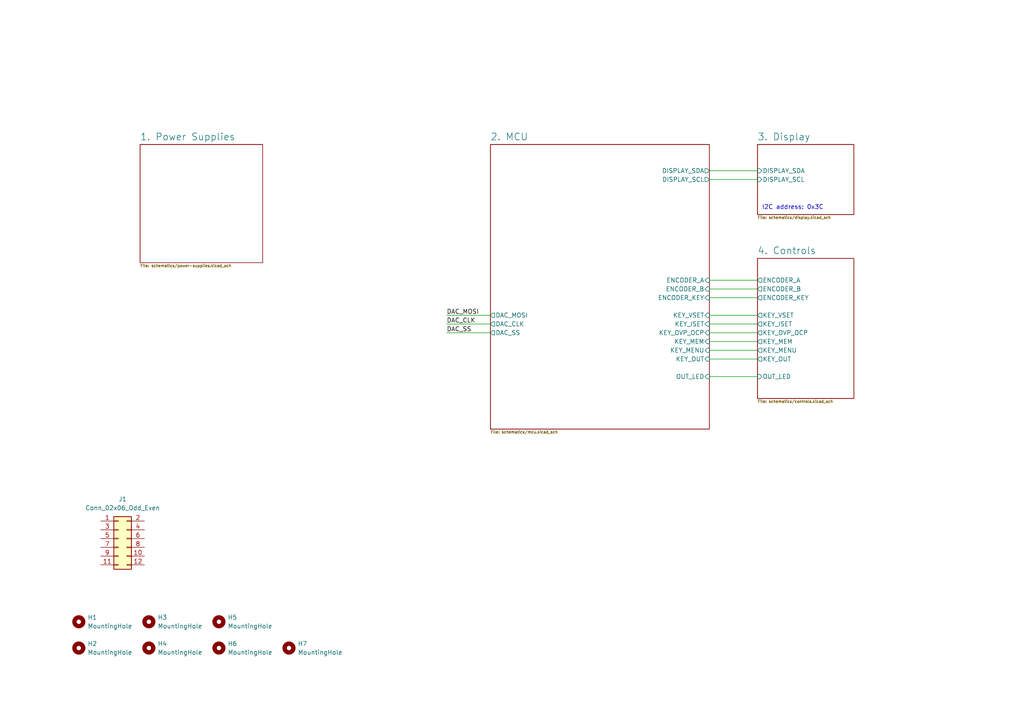
<source format=kicad_sch>
(kicad_sch (version 20211123) (generator eeschema)
  (paper "A4")
  (title_block (title "DC Load User Intefrace Board") (date "01/2024") (rev "1") (company "Martin Kopka"))
  (lib_symbols
    (symbol "Connector_Generic:Conn_02x06_Odd_Even" (pin_names (offset 1.016) hide)
      (property "Reference" "J" (at 1.27 7.62 0))
      (property "Value" "Conn_02x06_Odd_Even" (at 1.27 -10.16 0))
      (symbol "Conn_02x06_Odd_Even_1_1"
        (rectangle (start -1.27 -7.493) (end 0 -7.747) (stroke (width 0.1524)))
        (rectangle (start -1.27 -4.953) (end 0 -5.207) (stroke (width 0.1524)))
        (rectangle (start -1.27 -2.413) (end 0 -2.667) (stroke (width 0.1524)))
        (rectangle (start -1.27 0.127) (end 0 -0.127) (stroke (width 0.1524)))
        (rectangle (start -1.27 2.667) (end 0 2.413) (stroke (width 0.1524)))
        (rectangle (start -1.27 5.207) (end 0 4.953) (stroke (width 0.1524)))
        (rectangle (start -1.27 6.35) (end 3.81 -8.89) (stroke (width 0.254)) (fill (type background)))
        (rectangle (start 3.81 -7.493) (end 2.54 -7.747) (stroke (width 0.1524)))
        (rectangle (start 3.81 -4.953) (end 2.54 -5.207) (stroke (width 0.1524)))
        (rectangle (start 3.81 -2.413) (end 2.54 -2.667) (stroke (width 0.1524)))
        (rectangle (start 3.81 0.127) (end 2.54 -0.127) (stroke (width 0.1524)))
        (rectangle (start 3.81 2.667) (end 2.54 2.413) (stroke (width 0.1524)))
        (rectangle (start 3.81 5.207) (end 2.54 4.953) (stroke (width 0.1524)))
        (pin passive line (at -5.08 5.08 0) (length 3.81) (name "Pin_1") (number "1"))
        (pin passive line (at 7.62 -5.08 180) (length 3.81) (name "Pin_10") (number "10"))
        (pin passive line (at -5.08 -7.62 0) (length 3.81) (name "Pin_11") (number "11"))
        (pin passive line (at 7.62 -7.62 180) (length 3.81) (name "Pin_12") (number "12"))
        (pin passive line (at 7.62 5.08 180) (length 3.81) (name "Pin_2") (number "2"))
        (pin passive line (at -5.08 2.54 0) (length 3.81) (name "Pin_3") (number "3"))
        (pin passive line (at 7.62 2.54 180) (length 3.81) (name "Pin_4") (number "4"))
        (pin passive line (at -5.08 0 0) (length 3.81) (name "Pin_5") (number "5"))
        (pin passive line (at 7.62 0 180) (length 3.81) (name "Pin_6") (number "6"))
        (pin passive line (at -5.08 -2.54 0) (length 3.81) (name "Pin_7") (number "7"))
        (pin passive line (at 7.62 -2.54 180) (length 3.81) (name "Pin_8") (number "8"))
        (pin passive line (at -5.08 -5.08 0) (length 3.81) (name "Pin_9") (number "9"))
      )
    )
    (symbol "Mechanical:MountingHole" (pin_names (offset 1.016))
      (property "Reference" "H" (at 0 5.08 0))
      (property "Value" "MountingHole" (at 0 3.175 0))
      (symbol "MountingHole_0_1"
        (circle (center 0 0) (radius 1.27) (stroke (width 1.27)))
      )
    )
  )
  (wire (pts (xy 205.74 109.22) (xy 219.71 109.22)))
  (wire (pts (xy 205.74 96.52) (xy 219.71 96.52)))
  (wire (pts (xy 205.74 99.06) (xy 219.71 99.06)))
  (wire (pts (xy 205.74 91.44) (xy 219.71 91.44)))
  (wire (pts (xy 205.74 93.98) (xy 219.71 93.98)))
  (wire (pts (xy 205.74 52.07) (xy 219.71 52.07)))
  (wire (pts (xy 205.74 101.6) (xy 219.71 101.6)))
  (wire (pts (xy 205.74 104.14) (xy 219.71 104.14)))
  (wire (pts (xy 205.74 86.36) (xy 219.71 86.36)))
  (wire (pts (xy 129.54 96.52) (xy 142.24 96.52)))
  (wire (pts (xy 205.74 49.53) (xy 219.71 49.53)))
  (wire (pts (xy 129.54 91.44) (xy 142.24 91.44)))
  (wire (pts (xy 129.54 93.98) (xy 142.24 93.98)))
  (wire (pts (xy 205.74 83.82) (xy 219.71 83.82)))
  (wire (pts (xy 205.74 81.28) (xy 219.71 81.28)))
  (text "I2C address: 0x3C" (at 220.98 60.96 0) (effects (font (size 1.27 1.27)) (justify left bottom)))
  (label "DAC_SS" (at 129.54 96.52 0))
  (label "DAC_MOSI" (at 129.54 91.44 0))
  (label "DAC_CLK" (at 129.54 93.98 0))
  (symbol (lib_id "Mechanical:MountingHole") (at 22.86 180.34 0) (unit 1) (in_bom no)
    (property "Reference" "H1" (at 25.4 179.0699 0) (effects (justify left)))
    (property "Value" "MountingHole" (at 25.4 181.6099 0) (effects (justify left)))
    (property "Footprint" "MountingHole:MountingHole_3.2mm_M3" (effects hide))
  )
  (symbol (lib_id "Mechanical:MountingHole") (at 43.18 180.34 0) (unit 1) (in_bom no)
    (property "Reference" "H3" (at 45.72 179.0699 0) (effects (justify left)))
    (property "Value" "MountingHole" (at 45.72 181.6099 0) (effects (justify left)))
    (property "Footprint" "MountingHole:MountingHole_3.2mm_M3" (effects hide))
  )
  (symbol (lib_id "Mechanical:MountingHole") (at 83.82 187.96 0) (unit 1) (in_bom no)
    (property "Reference" "H7" (at 86.36 186.6899 0) (effects (justify left)))
    (property "Value" "MountingHole" (at 86.36 189.2299 0) (effects (justify left)))
    (property "Footprint" "MountingHole:MountingHole_3.2mm_M3" (effects hide))
  )
  (symbol (lib_id "Mechanical:MountingHole") (at 43.18 187.96 0) (unit 1) (in_bom no)
    (property "Reference" "H4" (at 45.72 186.6899 0) (effects (justify left)))
    (property "Value" "MountingHole" (at 45.72 189.2299 0) (effects (justify left)))
    (property "Footprint" "MountingHole:MountingHole_3.2mm_M3" (effects hide))
  )
  (symbol (lib_id "Mechanical:MountingHole") (at 63.5 187.96 0) (unit 1) (in_bom no)
    (property "Reference" "H6" (at 66.04 186.6899 0) (effects (justify left)))
    (property "Value" "MountingHole" (at 66.04 189.2299 0) (effects (justify left)))
    (property "Footprint" "MountingHole:MountingHole_3.2mm_M3" (effects hide))
  )
  (symbol (lib_id "Mechanical:MountingHole") (at 22.86 187.96 0) (unit 1) (in_bom no)
    (property "Reference" "H2" (at 25.4 186.6899 0) (effects (justify left)))
    (property "Value" "MountingHole" (at 25.4 189.2299 0) (effects (justify left)))
    (property "Footprint" "MountingHole:MountingHole_3.2mm_M3" (effects hide))
  )
  (symbol (lib_id "Mechanical:MountingHole") (at 63.5 180.34 0) (unit 1) (in_bom no)
    (property "Reference" "H5" (at 66.04 179.0699 0) (effects (justify left)))
    (property "Value" "MountingHole" (at 66.04 181.6099 0) (effects (justify left)))
    (property "Footprint" "MountingHole:MountingHole_3.2mm_M3" (effects hide))
  )
  (symbol (lib_id "Connector_Generic:Conn_02x06_Odd_Even") (at 34.29 156.21 0) (unit 1)
    (property "Reference" "J1" (at 35.56 144.78 0))
    (property "Value" "Conn_02x06_Odd_Even" (at 35.56 147.32 0))
    (property "Footprint" "Connector_PinHeader_2.54mm:PinHeader_2x06_P2.54mm_Vertical_SMD" (effects hide))
  )
  (sheet (at 142.24 41.91) (size 63.5 82.55) (stroke (width 0.1524))
    (property "Sheet name" "2. MCU" (at 142.24 40.8334 0) (effects (font (size 2 2)) (justify left bottom)))
    (property "Sheet file" "schematics/mcu.kicad_sch" (at 142.24 124.8566 0) (effects (font (size 0.8 0.8)) (justify left top)))
    (pin "DISPLAY_SDA" output (at 205.74 49.53 0))
    (pin "DISPLAY_SCL" output (at 205.74 52.07 0))
    (pin "ENCODER_KEY" input (at 205.74 86.36 0))
    (pin "ENCODER_A" input (at 205.74 81.28 0))
    (pin "ENCODER_B" input (at 205.74 83.82 0))
    (pin "OUT_LED" input (at 205.74 109.22 0))
    (pin "KEY_VSET" input (at 205.74 91.44 0))
    (pin "KEY_ISET" input (at 205.74 93.98 0))
    (pin "KEY_OVP_OCP" input (at 205.74 96.52 0))
    (pin "KEY_MEM" input (at 205.74 99.06 0))
    (pin "KEY_MENU" input (at 205.74 101.6 0))
    (pin "KEY_OUT" input (at 205.74 104.14 0))
    (pin "DAC_MOSI" output (at 142.24 91.44 180))
    (pin "DAC_CLK" output (at 142.24 93.98 180))
    (pin "DAC_SS" output (at 142.24 96.52 180))
  )
  (sheet (at 219.71 41.91) (size 27.94 20.32) (stroke (width 0.1524))
    (property "Sheet name" "3. Display" (at 219.71 40.8334 0) (effects (font (size 2 2)) (justify left bottom)))
    (property "Sheet file" "schematics/display.kicad_sch" (at 219.71 62.6266 0) (effects (font (size 0.8 0.8)) (justify left top)))
    (pin "DISPLAY_SCL" input (at 219.71 52.07 180))
    (pin "DISPLAY_SDA" input (at 219.71 49.53 180))
  )
  (sheet (at 219.71 74.93) (size 27.94 40.64) (stroke (width 0.1524))
    (property "Sheet name" "4. Controls" (at 219.71 73.8534 0) (effects (font (size 2 2)) (justify left bottom)))
    (property "Sheet file" "schematics/controls.kicad_sch" (at 219.71 115.9666 0) (effects (font (size 0.8 0.8)) (justify left top)))
    (pin "KEY_MENU" output (at 219.71 101.6 180))
    (pin "KEY_OUT" output (at 219.71 104.14 180))
    (pin "KEY_ISET" output (at 219.71 93.98 180))
    (pin "KEY_MEM" output (at 219.71 99.06 180))
    (pin "KEY_VSET" output (at 219.71 91.44 180))
    (pin "KEY_OVP_OCP" output (at 219.71 96.52 180))
    (pin "ENCODER_B" output (at 219.71 83.82 180))
    (pin "ENCODER_A" output (at 219.71 81.28 180))
    (pin "ENCODER_KEY" output (at 219.71 86.36 180))
    (pin "OUT_LED" input (at 219.71 109.22 180))
  )
  (sheet (at 40.64 41.91) (size 35.56 34.29) (stroke (width 0.1524))
    (property "Sheet name" "1. Power Supplies" (at 40.64 40.8334 0) (effects (font (size 2 2)) (justify left bottom)))
    (property "Sheet file" "schematics/power-supplies.kicad_sch" (at 40.64 76.5966 0) (effects (font (size 0.8 0.8)) (justify left top)))
  )
)
</source>
